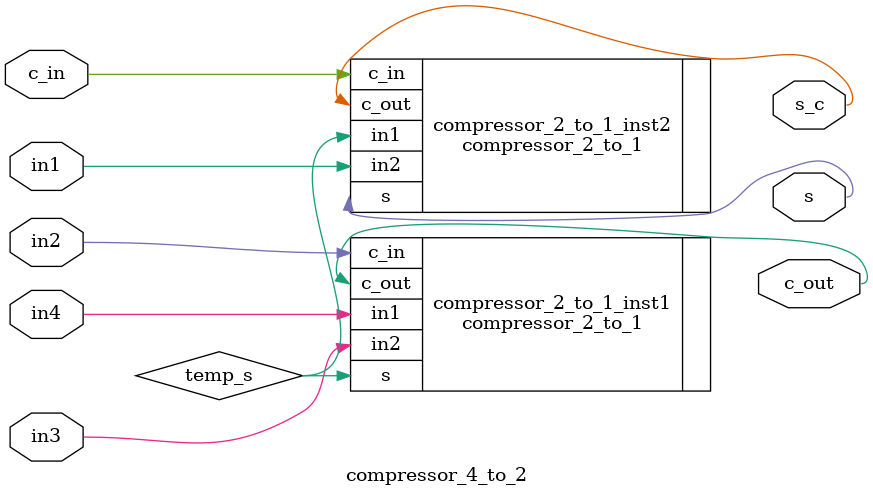
<source format=v>
`timescale 1 ns / 100 ps   
module compressor_4_to_2 (
		input in1,
		inout in2,
		input in3,
		inout in4,
		
		input c_in,
		
		output s,
		output s_c,
		output c_out
	);	
		
	wire temp_s;	
	compressor_2_to_1 compressor_2_to_1_inst1(
		.in1(in4),
		.in2(in3),
		.c_in(in2),
		
		.s(temp_s),
		.c_out(c_out)
	);	
	
	compressor_2_to_1 compressor_2_to_1_inst2(
		.in1(temp_s),
		.in2(in1),
		.c_in(c_in),
		
		.s(s),
		.c_out(s_c)
	);	
	
	
endmodule

</source>
